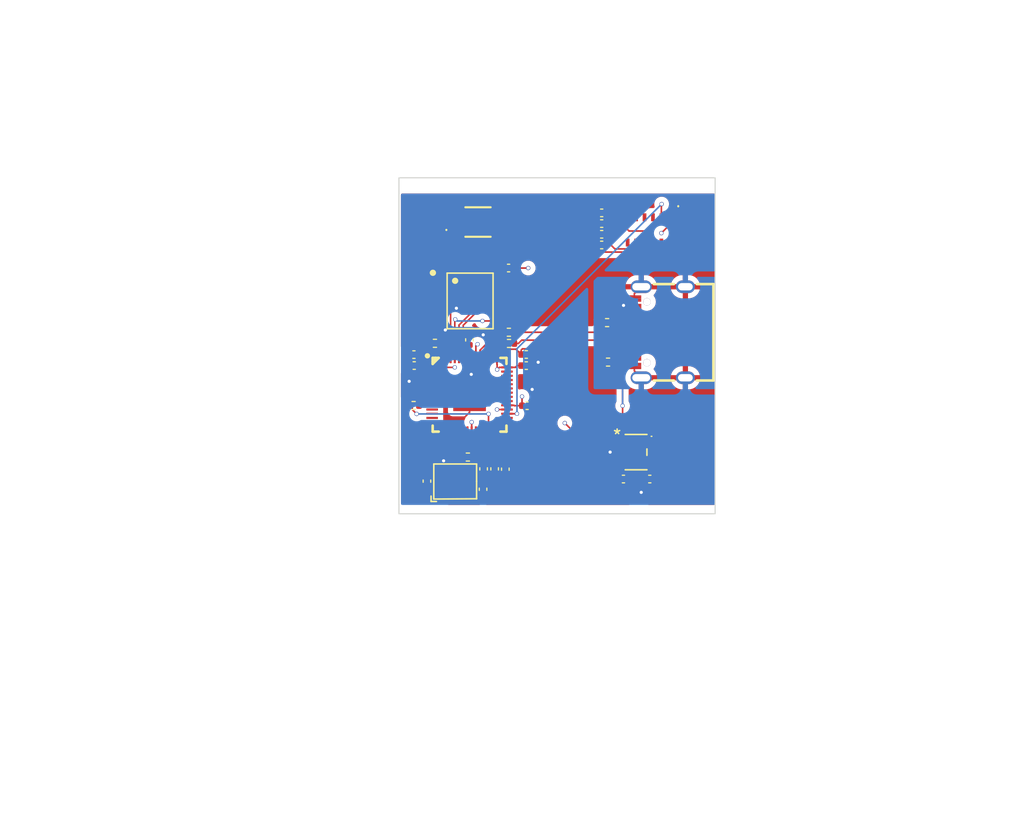
<source format=kicad_pcb>
(kicad_pcb (version 20240108) (generator "pcbnew") (generator_version "8.0")
  (layers (0 "F.Cu" signal) (1 "In1.Cu" mixed) (2 "In2.Cu" mixed) (31 "B.Cu" signal) (34 "B.Paste" user) (35 "F.Paste" user) (36 "B.SilkS" user "B.Silkscreen") (37 "F.SilkS" user "F.Silkscreen") (38 "B.Mask" user) (39 "F.Mask" user) (44 "Edge.Cuts" user))
  (net 0 "")
  (net 1 "dp")
  (net 2 "dm")
  (net 3 "usb_connector-vcc")
  (net 4 "usb_connector-gnd-1")
  (net 5 "sub1")
  (net 6 "cc1")
  (net 7 "sub2")
  (net 8 "cc2")
  (net 9 "power_supply-vcc")
  (net 10 "power_supply.regulator-io")
  (net 11 "nc")
  (net 12 "sda")
  (net 13 "scl")
  (net 14 "sensor.sensor-vcc")
  (net 15 "sensor.sensor-gnd")
  (net 16 "sensor.sensor-vcc-1")
  (net 17 "sensor.sensor-io")
  (net 18 "nc_1")
  (net 19 "pgnd")
  (net 20 "nc_2")
  (net 21 "nc_3")
  (net 22 "nc_4")
  (net 23 "nc_5")
  (net 24 "nc_6")
  (net 25 "mosi")
  (net 26 "miso")
  (net 27 "microcontroller.rp2040-sck")
  (net 28 "microcontroller.rp2040-cs")
  (net 29 "microcontroller.rp2040-cs-1")
  (net 30 "microcontroller.rp2040-sck-1")
  (net 31 "io0")
  (net 32 "io1")
  (net 33 "io2")
  (net 34 "io3")
  (net 35 "tx")
  (net 36 "rx")
  (net 37 "microcontroller.rp2040.micro-vcc")
  (net 38 "xin")
  (net 39 "xout")
  (net 40 "swclk")
  (net 41 "swdio")
  (net 42 "run")
  (net 43 "usb_dm")
  (net 44 "usb_dp")
  (net 45 "gpio0")
  (net 46 "gpio1")
  (net 47 "gpio2")
  (net 48 "gpio3")
  (net 49 "gpio6")
  (net 50 "gpio7")
  (net 51 "gpio12")
  (net 52 "gpio13")
  (net 53 "gpio14")
  (net 54 "gpio15")
  (net 55 "gpio16")
  (net 56 "gpio17")
  (net 57 "gpio18")
  (net 58 "gpio19")
  (net 59 "gpio22")
  (net 60 "gpio23")
  (net 61 "gpio24")
  (net 62 "gpio25")
  (net 63 "gpio26_a0")
  (net 64 "gpio27_a1")
  (net 65 "gpio28_a2")
  (net 66 "gpio29_a3")
  (net 67 "out")
  (footprint "lib:C0402" (layer "F.Cu") (at 144.3356 93.9798 180)
    (property "Reference" "C6" (hide yes))
    (property "Value" "16V 100nF X7R ±10% 0402 Multilayer Ceramic Capacitors MLCC - SMD/SMT ROHS")
  )
  (footprint "lib:C0402" (layer "F.Cu") (at 126.522154 104.386023 180)
    (property "Reference" "C11" (hide yes))
    (property "Value" "16V 100nF X7R ±10% 0402 Multilayer Ceramic Capacitors MLCC - SMD/SMT ROHS")
  )
  (footprint "lib:LQFN-56_L7.0-W7.0-P0.4-EP" (layer "F.Cu") (at 131.8 108.2)
    (property "Reference" "U4" (hide yes))
    (property "Value" "?")
  )
  (footprint "lib:C0402" (layer "F.Cu") (at 144.3356 90.9318 180)
    (property "Reference" "C3" (hide yes))
    (property "Value" "6.3V 10uF X5R ±20% 0402 Multilayer Ceramic Capacitors MLCC - SMD/SMT ROHS")
  )
  (footprint "lib:C0402" (layer "F.Cu") (at 127.755978 116.39833 90)
    (property "Reference" "C7" (hide yes))
    (property "Value" "50V 20pF C0G ±5% 0402 Multilayer Ceramic Capacitors MLCC - SMD/SMT ROHS")
  )
  (footprint "lib:SOIC-8_L5.3-W5.3-P1.27-LS8.0-BL" (layer "F.Cu") (at 131.850314 99.291072 -90)
    (property "Reference" "U7" (hide yes))
    (property "Value" "?")
  )
  (footprint "lib:R0402" (layer "F.Cu") (at 126.492969 109.219128 180)
    (property "Reference" "R3" (hide yes))
    (property "Value" "62.5mW Thick Film Resistors 50V ±100ppm/℃ ±1% 10kΩ 0402 Chip Resistor - Surface Mount ROHS")
  )
  (footprint "lib:C0402" (layer "F.Cu") (at 133.080099 117.168259 -90)
    (property "Reference" "C8" (hide yes))
    (property "Value" "50V 20pF C0G ±5% 0402 Multilayer Ceramic Capacitors MLCC - SMD/SMT ROHS")
  )
  (footprint "lib:KMR211NGLFS" (layer "F.Cu") (at 132.6 91.8 180)
    (property "Reference" "U5" (hide yes))
    (property "Value" "KMR211NGLFS (Tactile Switches)" (hide yes))
  )
  (footprint "lib:R0402" (layer "F.Cu") (at 128.514604 103.314211)
    (property "Reference" "R4" (hide yes))
    (property "Value" "62.5mW Thick Film Resistors 50V ±100ppm/℃ ±1% 10kΩ 0402 Chip Resistor - Surface Mount ROHS")
  )
  (footprint "lib:C0402" (layer "F.Cu") (at 144.3356 91.9478 180)
    (property "Reference" "C4" (hide yes))
    (property "Value" "16V 100nF X7R ±10% 0402 Multilayer Ceramic Capacitors MLCC - SMD/SMT ROHS")
  )
  (footprint "lib:C0402" (layer "F.Cu") (at 126.55019 105.424749 180)
    (property "Reference" "C12" (hide yes))
    (property "Value" "16V 100nF X7R ±10% 0402 Multilayer Ceramic Capacitors MLCC - SMD/SMT ROHS")
  )
  (footprint "lib:C0402" (layer "F.Cu") (at 137.182229 104.374483)
    (property "Reference" "C16" (hide yes))
    (property "Value" "16V 100nF X7R ±10% 0402 Multilayer Ceramic Capacitors MLCC - SMD/SMT ROHS")
  )
  (footprint "lib:MAX30102EFDT" (layer "F.Cu") (at 149.1994 92.5512 -90)
    (property "Reference" "U3" (hide yes))
    (property "Value" "?" (hide yes))
  )
  (footprint "lib:SOT-23-5_RIT" (layer "F.Cu") (at 147.5994 113.6446)
    (property "Reference" "U2" (hide yes))
    (property "Value" "?")
  )
  (footprint "lib:C0402" (layer "F.Cu") (at 131.788902 102.990059 90)
    (property "Reference" "C15" (hide yes))
    (property "Value" "16V 100nF X7R ±10% 0402 Multilayer Ceramic Capacitors MLCC - SMD/SMT ROHS")
  )
  (footprint "lib:C0402" (layer "F.Cu") (at 133.132494 115.236118 -90)
    (property "Reference" "C9" (hide yes))
    (property "Value" "16V 100nF X7R ±10% 0402 Multilayer Ceramic Capacitors MLCC - SMD/SMT ROHS")
  )
  (footprint "lib:C0402" (layer "F.Cu") (at 137.182229 105.431223)
    (property "Reference" "C10" (hide yes))
    (property "Value" "16V 100nF X7R ±10% 0402 Multilayer Ceramic Capacitors MLCC - SMD/SMT ROHS")
  )
  (footprint "lib:C0402" (layer "F.Cu") (at 148.9 116.2 180)
    (property "Reference" "C1" (hide yes))
    (property "Value" "25V 1uF X5R ±10% 0402 Multilayer Ceramic Capacitors MLCC - SMD/SMT ROHS")
  )
  (footprint "lib:OSC-SMD_4P-L3.2-W2.5-BL" (layer "F.Cu") (at 130.437034 116.421559)
    (property "Reference" "U6" (hide yes))
    (property "Value" "?")
  )
  (footprint "lib:C0402" (layer "F.Cu") (at 144.3356 92.9638 180)
    (property "Reference" "C5" (hide yes))
    (property "Value" "10V 4.7uF X5R ±20% 0402 Multilayer Ceramic Capacitors MLCC - SMD/SMT ROHS")
  )
  (footprint "lib:USB-C-SMD_KH-TYPE-C-16P" (layer "F.Cu") (at 149.857013 102.265 90)
    (property "Reference" "U1" (hide yes))
    (property "Value" "?")
  )
  (footprint "lib:R0402" (layer "F.Cu") (at 144.94 105.1 180)
    (property "Reference" "R1" (hide yes))
    (property "Value" "62.5mW Thick Film Resistors 50V ±100ppm/℃ ±1% 4.7kΩ 0402 Chip Resistor - Surface Mount ROHS")
  )
  (footprint "lib:R0402" (layer "F.Cu") (at 135.543285 103.327631 180)
    (property "Reference" "R7" (hide yes))
    (property "Value" "62.5mW Thick Film Resistors 50V ±100ppm/℃ ±1% 27Ω 0402 Chip Resistor - Surface Mount ROHS")
  )
  (footprint "lib:R0402" (layer "F.Cu") (at 131.639061 114.113372)
    (property "Reference" "R5" (hide yes))
    (property "Value" "62.5mW Thick Film Resistors 50V ±100ppm/℃ ±1% 1kΩ 0402 Chip Resistor - Surface Mount ROHS")
  )
  (footprint "lib:C0402" (layer "F.Cu") (at 134.179449 115.236118 -90)
    (property "Reference" "C17" (hide yes))
    (property "Value" "16V 100nF X7R ±10% 0402 Multilayer Ceramic Capacitors MLCC - SMD/SMT ROHS")
  )
  (footprint "lib:C0402" (layer "F.Cu") (at 146.4 116.2)
    (property "Reference" "C2" (hide yes))
    (property "Value" "25V 1uF X5R ±10% 0402 Multilayer Ceramic Capacitors MLCC - SMD/SMT ROHS")
  )
  (footprint "lib:C0402" (layer "F.Cu") (at 137.257836 109.237532)
    (property "Reference" "C13" (hide yes))
    (property "Value" "16V 100nF X7R ±10% 0402 Multilayer Ceramic Capacitors MLCC - SMD/SMT ROHS")
  )
  (footprint "lib:R0402" (layer "F.Cu") (at 135.530329 102.265176)
    (property "Reference" "R6" (hide yes))
    (property "Value" "62.5mW Thick Film Resistors 50V ±100ppm/℃ ±1% 27Ω 0402 Chip Resistor - Surface Mount ROHS")
  )
  (footprint "lib:C0402" (layer "F.Cu") (at 135.502441 96.169532 180)
    (property "Reference" "C14" (hide yes))
    (property "Value" "25V 1uF X5R ±10% 0402 Multilayer Ceramic Capacitors MLCC - SMD/SMT ROHS")
  )
  (footprint "lib:C0402" (layer "F.Cu") (at 135.193653 115.264553 -90)
    (property "Reference" "C18" (hide yes))
    (property "Value" "25V 1uF X5R ±10% 0402 Multilayer Ceramic Capacitors MLCC - SMD/SMT ROHS")
  )
  (footprint "lib:R0402" (layer "F.Cu") (at 144.85 101.35 180)
    (property "Reference" "R2" (hide yes))
    (property "Value" "62.5mW Thick Film Resistors 50V ±100ppm/℃ ±1% 4.7kΩ 0402 Chip Resistor - Surface Mount ROHS")
  )
  (gr_rect (start 125.1 87.6) (end 155.1 119.5) (stroke (width 0.1)) (fill none) (layer "Edge.Cuts"))
  (segment (start 147.437 102.515) (end 146.6745 102.515) (width 0.15) (layer "F.Cu") (net 1))
  (segment (start 136.4233 102.2652) (end 145.9243 102.2652) (width 0.15) (layer "F.Cu") (net 1))
  (segment (start 136.0403 102.2652) (end 136.4233 102.2652) (width 0.15) (layer "F.Cu") (net 1))
  (segment (start 146.6745 101.515) (end 147.437 101.515) (width 0.15) (layer "F.Cu") (net 1))
  (segment (start 146.3986 102.515) (end 146.0366 102.153) (width 0.15) (layer "F.Cu") (net 1))
  (segment (start 146.6745 102.515) (end 146.3986 102.515) (width 0.15) (layer "F.Cu") (net 1))
  (segment (start 145.9243 102.2652) (end 146.6745 101.515) (width 0.15) (layer "F.Cu") (net 1))
  (segment (start 136.0533 103.3276) (end 136.4363 103.3276) (width 0.15) (layer "F.Cu") (net 2))
  (segment (start 148.3121 102.9024) (end 148.3121 102.1276) (width 0.15) (layer "F.Cu") (net 2))
  (segment (start 147.437 103.015) (end 148.1995 103.015) (width 0.15) (layer "F.Cu") (net 2))
  (segment (start 136.7489 103.015) (end 146.6745 103.015) (width 0.15) (layer "F.Cu") (net 2))
  (segment (start 148.1995 103.015) (end 148.3121 102.9024) (width 0.15) (layer "F.Cu") (net 2))
  (segment (start 148.1995 102.015) (end 147.437 102.015) (width 0.15) (layer "F.Cu") (net 2))
  (segment (start 148.3121 102.1276) (end 148.1995 102.015) (width 0.15) (layer "F.Cu") (net 2))
  (segment (start 146.6745 103.015) (end 147.437 103.015) (width 0.15) (layer "F.Cu") (net 2))
  (segment (start 136.4363 103.3276) (end 136.7489 103.015) (width 0.15) (layer "F.Cu") (net 2))
  (segment (start 148.2711 115.3454) (end 147.7008 114.7751) (width 0.15) (layer "F.Cu") (net 3))
  (segment (start 147.7008 114.7751) (end 147.7008 113.2274) (width 0.15) (layer "F.Cu") (net 3))
  (segment (start 146.3193 112.2015) (end 146.3193 109.2432) (width 0.15) (layer "F.Cu") (net 3))
  (segment (start 149.38 115.777) (end 148.9484 115.3454) (width 0.15) (layer "F.Cu") (net 3))
  (segment (start 149.38 116.2) (end 149.38 115.777) (width 0.15) (layer "F.Cu") (net 3))
  (segment (start 147.1785 112.7051) (end 146.4056 112.7051) (width 0.15) (layer "F.Cu") (net 3))
  (segment (start 146.6745 104.815) (end 146.3193 105.1702) (width 0.15) (layer "F.Cu") (net 3))
  (segment (start 146.6845 99.715) (end 146.4086 99.715) (width 0.15) (layer "F.Cu") (net 3))
  (segment (start 146.4056 112.7051) (end 146.4056 112.2878) (width 0.15) (layer "F.Cu") (net 3))
  (segment (start 147.437 104.815) (end 146.6745 104.815) (width 0.15) (layer "F.Cu") (net 3))
  (segment (start 146.3193 105.1702) (end 146.3193 109.2432) (width 0.15) (layer "F.Cu") (net 3))
  (segment (start 146.4056 112.2878) (end 146.3193 112.2015) (width 0.15) (layer "F.Cu") (net 3))
  (segment (start 148.9484 115.3454) (end 148.2711 115.3454) (width 0.15) (layer "F.Cu") (net 3))
  (segment (start 147.7008 113.2274) (end 147.1785 112.7051) (width 0.15) (layer "F.Cu") (net 3))
  (segment (start 147.447 99.715) (end 146.6845 99.715) (width 0.15) (layer "F.Cu") (net 3))
  (via (at 146.3193 109.2432) (size 0.4) (drill 0.3) (layers "F.Cu" "B.Cu") (net 3))
  (via (at 146.4086 99.715) (size 0.4) (drill 0.3) (layers "F.Cu" "B.Cu") (net 3))
  (segment (start 146.3193 109.2432) (end 146.3193 107.668) (width 0.15) (layer "B.Cu") (net 3))
  (segment (start 147.437 105.935) (end 148.087 106.585) (width 0.15) (layer "F.Cu") (net 4))
  (segment (start 146.4056 113.6446) (end 145.6327 113.6446) (width 0.15) (layer "F.Cu") (net 4))
  (segment (start 144.34 101.35) (end 144.34 100.917) (width 0.15) (layer "F.Cu") (net 4))
  (segment (start 126.0702 104.837) (end 126.0702 105.0017) (width 0.15) (layer "F.Cu") (net 4))
  (segment (start 131.537 117.3016) (end 131.537 116.5891) (width 0.15) (layer "F.Cu") (net 4))
  (segment (start 134.7422 115.7161) (end 134.6024 115.7161) (width 0.15) (layer "F.Cu") (net 4))
  (segment (start 145.6327 113.6446) (end 145.493 113.6446) (width 0.15) (layer "F.Cu") (net 4))
  (segment (start 133.1325 115.7161) (end 133.5555 115.7161) (width 0.15) (layer "F.Cu") (net 4))
  (segment (start 134.0875 92.6) (end 131.1125 92.6) (width 0.15) (layer "F.Cu") (net 4))
  (segment (start 148.027 116.2) (end 148.42 116.2) (width 0.15) (layer "F.Cu") (net 4))
  (segment (start 134.7707 115.7446) (end 134.7422 115.7161) (width 0.15) (layer "F.Cu") (net 4))
  (segment (start 145.493 113.6446) (end 145.1364 113.6446) (width 0.15) (layer "F.Cu") (net 4))
  (segment (start 134.1794 116.972) (end 133.5031 117.6483) (width 0.15) (layer "F.Cu") (net 4))
  (segment (start 133.0801 117.6483) (end 132.6571 117.6483) (width 0.15) (layer "F.Cu") (net 4))
  (segment (start 137.6622 104.7975) (end 137.6622 105.0082) (width 0.15) (layer "F.Cu") (net 4))
  (segment (start 132.3495 117.3016) (end 131.537 117.3016) (width 0.15) (layer "F.Cu") (net 4))
  (segment (start 132.2119 102.5101) (end 133.0964 102.5101) (width 0.15) (layer "F.Cu") (net 4))
  (segment (start 129.337 115.5416) (end 128.5245 115.5416) (width 0.15) (layer "F.Cu") (net 4))
  (segment (start 137.7378 109.2375) (end 137.7378 108.8145) (width 0.15) (layer "F.Cu") (net 4))
  (segment (start 128.5245 115.5416) (end 128.5245 115.5728) (width 0.15) (layer "F.Cu") (net 4))
  (segment (start 134.1794 115.7161) (end 134.1794 116.1091) (width 0.15) (layer "F.Cu") (net 4))
  (segment (start 130.55 92.6) (end 130.55 93.2125) (width 0.15) (layer "F.Cu") (net 4))
  (segment (start 146.6745 98.915) (end 147.437 98.915) (width 0.15) (layer "F.Cu") (net 4))
  (segment (start 128.179 115.9183) (end 127.756 115.9183) (width 0.15) (layer "F.Cu") (net 4))
  (segment (start 130.8 111.0875) (end 130.8 110.8625) (width 0.15) (layer "F.Cu") (net 4))
  (segment (start 130.55 96.1695) (end 130.55 99.9845) (width 0.15) (layer "F.Cu") (net 4))
  (segment (start 126.0702 105.0017) (end 126.0702 105.4247) (width 0.15) (layer "F.Cu") (net 4))
  (segment (start 147.437 105.615) (end 147.437 105.8775) (width 0.15) (layer "F.Cu") (net 4))
  (segment (start 126.0702 105.4247) (end 126.0702 105.8477) (width 0.15) (layer "F.Cu") (net 4))
  (segment (start 137.7378 108.8145) (end 137.7378 107.6927) (width 0.15) (layer "F.Cu") (net 4))
  (segment (start 146.342 98.915) (end 146.6745 98.915) (width 0.15) (layer "F.Cu") (net 4))
  (segment (start 135.1937 115.7446) (end 134.7707 115.7446) (width 0.15) (layer "F.Cu") (net 4))
  (segment (start 128.3203 101.1911) (end 128.3203 101.6186) (width 0.15) (layer "F.Cu") (net 4))
  (segment (start 144.43 105.1) (end 144.43 105.533) (width 0.15) (layer "F.Cu") (net 4))
  (segment (start 130.1495 115.5416) (end 129.337 115.5416) (width 0.15) (layer "F.Cu") (net 4))
  (segment (start 130.9663 116.5891) (end 130.1495 115.7723) (width 0.15) (layer "F.Cu") (net 4))
  (segment (start 126.0422 104.809) (end 126.0702 104.837) (width 0.15) (layer "F.Cu") (net 4))
  (segment (start 131.8 106.4242) (end 131.9613 106.2629) (width 0.15) (layer "F.Cu") (net 4))
  (segment (start 135.0224 96.1695) (end 134.6294 96.1695) (width 0.15) (layer "F.Cu") (net 4))
  (segment (start 147.437 98.6525) (end 147.437 98.595) (width 0.15) (layer "F.Cu") (net 4))
  (segment (start 131.8 108.2) (end 131.8 106.5375) (width 0.15) (layer "F.Cu") (net 4))
  (segment (start 132.6571 117.6483) (end 132.6571 117.6092) (width 0.15) (layer "F.Cu") (net 4))
  (segment (start 148.42 116.623) (end 148.087 116.956) (width 0.15) (layer "F.Cu") (net 4))
  (segment (start 137.6622 104.3745) (end 137.6622 104.7975) (width 0.15) (layer "F.Cu") (net 4))
  (segment (start 131.1125 92.6) (end 130.55 92.6) (width 0.15) (layer "F.Cu") (net 4))
  (segment (start 146.88 116.2) (end 147.273 116.2) (width 0.15) (layer "F.Cu") (net 4))
  (segment (start 147.437 98.595) (end 148.087 97.945) (width 0.15) (layer "F.Cu") (net 4))
  (segment (start 138.0552 105.4312) (end 138.0552 105.3685) (width 0.15) (layer "F.Cu") (net 4))
  (segment (start 128.3203 101.6186) (end 129.0689 101.6186) (width 0.15) (layer "F.Cu") (net 4))
  (segment (start 129.337 115.5416) (end 129.337 114.8291) (width 0.15) (layer "F.Cu") (net 4))
  (segment (start 144.43 105.533) (end 145.493 106.596) (width 0.15) (layer "F.Cu") (net 4))
  (segment (start 130.55 93.2125) (end 130.55 96.1695) (width 0.15) (layer "F.Cu") (net 4))
  (segment (start 147.437 105.8775) (end 147.437 105.935) (width 0.15) (layer "F.Cu") (net 4))
  (segment (start 148.087 116.956) (end 148.087 117.4653) (width 0.15) (layer "F.Cu") (net 4))
  (segment (start 133.5555 115.7161) (end 133.7564 115.7161) (width 0.15) (layer "F.Cu") (net 4))
  (segment (start 131.8 109.8625) (end 131.8 108.2) (width 0.15) (layer "F.Cu") (net 4))
  (segment (start 130.1495 115.7723) (end 130.1495 115.5416) (width 0.15) (layer "F.Cu") (net 4))
  (segment (start 138.0552 105.3685) (end 138.3105 105.1132) (width 0.15) (layer "F.Cu") (net 4))
  (segment (start 131.537 116.5891) (end 130.9663 116.5891) (width 0.15) (layer "F.Cu") (net 4))
  (segment (start 137.6622 105.0082) (end 137.6622 105.4312) (width 0.15) (layer "F.Cu") (net 4))
  (segment (start 144.34 100.917) (end 146.342 98.915) (width 0.15) (layer "F.Cu") (net 4))
  (segment (start 129.337 114.8291) (end 129.337 114.4704) (width 0.15) (layer "F.Cu") (net 4))
  (segment (start 134.6024 115.7161) (end 134.1794 115.7161) (width 0.15) (layer "F.Cu") (net 4))
  (segment (start 134.1794 116.1091) (end 134.1794 116.972) (width 0.15) (layer "F.Cu") (net 4))
  (segment (start 133.7564 115.7161) (end 134.1794 115.7161) (width 0.15) (layer "F.Cu") (net 4))
  (segment (start 126.0422 104.386) (end 126.0422 104.809) (width 0.15) (layer "F.Cu") (net 4))
  (segment (start 130.8 111.75) (end 130.8 111.0875) (width 0.15) (layer "F.Cu") (net 4))
  (segment (start 147.273 116.2) (end 148.027 116.2) (width 0.15) (layer "F.Cu") (net 4))
  (segment (start 137.6622 105.4312) (end 138.0552 105.4312) (width 0.15) (layer "F.Cu") (net 4))
  (segment (start 126.0702 105.8477) (end 126.0702 106.9241) (width 0.15) (layer "F.Cu") (net 4))
  (segment (start 131.8 106.5375) (end 131.8 106.4242) (width 0.15) (layer "F.Cu") (net 4))
  (segment (start 147.437 98.915) (end 147.437 98.6525) (width 0.15) (layer "F.Cu") (net 4))
  (segment (start 134.65 92.6) (end 134.0875 92.6) (width 0.15) (layer "F.Cu") (net 4))
  (segment (start 131.7889 102.5101) (end 132.2119 102.5101) (width 0.15) (layer "F.Cu") (net 4))
  (segment (start 129.0689 101.6186) (end 129.5001 102.0498) (width 0.15) (layer "F.Cu") (net 4))
  (segment (start 145.493 106.596) (end 145.493 113.6446) (width 0.15) (layer "F.Cu") (net 4))
  (segment (start 132.6571 117.6092) (end 132.3495 117.3016) (width 0.15) (layer "F.Cu") (net 4))
  (segment (start 134.6294 96.1695) (end 130.55 96.1695) (width 0.15) (layer "F.Cu") (net 4))
  (segment (start 148.42 116.2) (end 148.42 116.623) (width 0.15) (layer "F.Cu") (net 4))
  (segment (start 130.8 110.8625) (end 131.8 109.8625) (width 0.15) (layer "F.Cu") (net 4))
  (segment (start 128.5245 115.5728) (end 128.179 115.9183) (width 0.15) (layer "F.Cu") (net 4))
  (segment (start 133.5031 117.6483) (end 133.0801 117.6483) (width 0.15) (layer "F.Cu") (net 4))
  (via (at 130.55 99.9845) (size 0.4) (drill 0.3) (layers "F.Cu" "B.Cu") (net 4))
  (via (at 129.5001 102.0498) (size 0.4) (drill 0.3) (layers "F.Cu" "B.Cu") (net 4))
  (via (at 145.1364 113.6446) (size 0.4) (drill 0.3) (layers "F.Cu" "B.Cu") (net 4))
  (via (at 137.7378 107.6927) (size 0.4) (drill 0.3) (layers "F.Cu" "B.Cu") (net 4))
  (via (at 148.087 117.4653) (size 0.4) (drill 0.3) (layers "F.Cu" "B.Cu") (net 4))
  (via (at 138.3105 105.1132) (size 0.4) (drill 0.3) (layers "F.Cu" "B.Cu") (net 4))
  (via (at 133.0964 102.5101) (size 0.4) (drill 0.3) (layers "F.Cu" "B.Cu") (net 4))
  (via (at 129.337 114.4704) (size 0.4) (drill 0.3) (layers "F.Cu" "B.Cu") (net 4))
  (via (at 131.9613 106.2629) (size 0.4) (drill 0.3) (layers "F.Cu" "B.Cu") (net 4))
  (via (at 126.0702 106.9241) (size 0.4) (drill 0.3) (layers "F.Cu" "B.Cu") (net 4))
  (segment (start 146.602 103.515) (end 147.437 103.515) (width 0.15) (layer "F.Cu") (net 6))
  (segment (start 145.45 104.667) (end 146.602 103.515) (width 0.15) (layer "F.Cu") (net 6))
  (segment (start 145.45 105.1) (end 145.45 104.667) (width 0.15) (layer "F.Cu") (net 6))
  (segment (start 146.578 100.515) (end 146.6745 100.515) (width 0.15) (layer "F.Cu") (net 8))
  (segment (start 145.36 101.35) (end 145.743 101.35) (width 0.15) (layer "F.Cu") (net 8))
  (segment (start 146.6745 100.515) (end 147.437 100.515) (width 0.15) (layer "F.Cu") (net 8))
  (segment (start 145.743 101.35) (end 146.578 100.515) (width 0.15) (layer "F.Cu") (net 8))
  (segment (start 128.25 105.6) (end 128.9125 105.6) (width 0.15) (layer "F.Cu") (net 9))
  (segment (start 127.0302 105.8477) (end 127.0302 105.4247) (width 0.15) (layer "F.Cu") (net 9))
  (segment (start 148.7932 112.7051) (end 148.7932 113.1224) (width 0.15) (layer "F.Cu") (net 9))
  (segment (start 135.9824 96.5925) (end 135.9824 96.1695) (width 0.15) (layer "F.Cu") (net 9))
  (segment (start 136.7778 108.8145) (end 136.7778 108.3675) (width 0.15) (layer "F.Cu") (net 9))
  (segment (start 127.0302 108.7589) (end 127.0302 105.8477) (width 0.15) (layer "F.Cu") (net 9))
  (segment (start 135.6213 96.9536) (end 135.9824 96.5925) (width 0.15) (layer "F.Cu") (net 9))
  (segment (start 136.0125 105.6) (end 135.35 105.6) (width 0.15) (layer "F.Cu") (net 9))
  (segment (start 134.6232 105.6) (end 134.4161 105.8071) (width 0.15) (layer "F.Cu") (net 9))
  (segment (start 132 112.4125) (end 132 111.75) (width 0.15) (layer "F.Cu") (net 9))
  (segment (start 127.5684 109.2191) (end 127.386 109.2191) (width 0.15) (layer "F.Cu") (net 9))
  (segment (start 128.0046 103.7472) (end 128.0046 104.386) (width 0.15) (layer "F.Cu") (net 9))
  (segment (start 145.92 116.623) (end 145.92 116.2) (width 0.15) (layer "F.Cu") (net 9))
  (segment (start 132.4 103.9875) (end 132.4 103.5651) (width 0.15) (layer "F.Cu") (net 9))
  (segment (start 128.0046 104.386) (end 128.0046 105.6) (width 0.15) (layer "F.Cu") (net 9))
  (segment (start 127.003 108.7861) (end 127.0302 108.7589) (width 0.15) (layer "F.Cu") (net 9))
  (segment (start 135.3803 97.3811) (end 135.3803 96.9536) (width 0.15) (layer "F.Cu") (net 9))
  (segment (start 128.25 109.2) (end 127.5875 109.2) (width 0.15) (layer "F.Cu") (net 9))
  (segment (start 136.0125 109.2) (end 136.05 109.2375) (width 0.15) (layer "F.Cu") (net 9))
  (segment (start 132 111.75) (end 132 111.0875) (width 0.15) (layer "F.Cu") (net 9))
  (segment (start 127.386 109.2191) (end 127.003 109.2191) (width 0.15) (layer "F.Cu") (net 9))
  (segment (start 133.1325 113.545) (end 132 112.4125) (width 0.15) (layer "F.Cu") (net 9))
  (segment (start 136.05 109.2375) (end 136.3848 109.2375) (width 0.15) (layer "F.Cu") (net 9))
  (segment (start 145.92 116.2) (end 145.92 115.777) (width 0.15) (layer "F.Cu") (net 9))
  (segment (start 132.2125 104.65) (end 132.4 104.65) (width 0.15) (layer "F.Cu") (net 9))
  (segment (start 135.35 105.6) (end 134.6875 105.6) (width 0.15) (layer "F.Cu") (net 9))
  (segment (start 127.5875 109.2) (end 127.5684 109.2191) (width 0.15) (layer "F.Cu") (net 9))
  (segment (start 133.1325 114.7561) (end 133.1325 114.3631) (width 0.15) (layer "F.Cu") (net 9))
  (segment (start 132 111.0875) (end 132 110.7943) (width 0.15) (layer "F.Cu") (net 9))
  (segment (start 135.35 109.2) (end 136.0125 109.2) (width 0.15) (layer "F.Cu") (net 9))
  (segment (start 127.5985 105.6) (end 128.0046 105.6) (width 0.15) (layer "F.Cu") (net 9))
  (segment (start 127.003 109.2191) (end 127.003 108.7861) (width 0.15) (layer "F.Cu") (net 9))
  (segment (start 136.3092 105.4312) (end 136.1404 105.6) (width 0.15) (layer "F.Cu") (net 9))
  (segment (start 132.4 103.5651) (end 132.5615 103.4036) (width 0.15) (layer "F.Cu") (net 9))
  (segment (start 127.4232 105.4247) (end 127.5985 105.6) (width 0.15) (layer "F.Cu") (net 9))
  (segment (start 136.7778 109.2375) (end 136.7778 108.8145) (width 0.15) (layer "F.Cu") (net 9))
  (segment (start 148.7932 113.1224) (end 149.8856 114.2148) (width 0.15) (layer "F.Cu") (net 9))
  (segment (start 136.1404 105.6) (end 136.0125 105.6) (width 0.15) (layer "F.Cu") (net 9))
  (segment (start 145.7278 115.777) (end 140.835 110.8842) (width 0.15) (layer "F.Cu") (net 9))
  (segment (start 145.92 115.777) (end 145.7278 115.777) (width 0.15) (layer "F.Cu") (net 9))
  (segment (start 127.3952 104.386) (end 128.0046 104.386) (width 0.15) (layer "F.Cu") (net 9))
  (segment (start 134 104.65) (end 134.2125 104.65) (width 0.15) (layer "F.Cu") (net 9))
  (segment (start 148.5166 117.8904) (end 147.1874 117.8904) (width 0.15) (layer "F.Cu") (net 9))
  (segment (start 128.25 105.6) (end 128.0046 105.6) (width 0.15) (layer "F.Cu") (net 9))
  (segment (start 132.4 104.65) (end 132.4 103.9875) (width 0.15) (layer "F.Cu") (net 9))
  (segment (start 132 104.65) (end 132.2125 104.65) (width 0.15) (layer "F.Cu") (net 9))
  (segment (start 128.0046 103.3142) (end 128.0046 103.7472) (width 0.15) (layer "F.Cu") (net 9))
  (segment (start 136.7022 105.4312) (end 136.3092 105.4312) (width 0.15) (layer "F.Cu") (net 9))
  (segment (start 133.1325 114.3631) (end 133.1325 113.545) (width 0.15) (layer "F.Cu") (net 9))
  (segment (start 134.4 105.3125) (end 134.4161 105.3286) (width 0.15) (layer "F.Cu") (net 9))
  (segment (start 149.8856 114.2148) (end 149.8856 116.5214) (width 0.15) (layer "F.Cu") (net 9))
  (segment (start 128.9125 105.6) (end 130.392 105.6) (width 0.15) (layer "F.Cu") (net 9))
  (segment (start 134.6875 105.6) (end 134.6232 105.6) (width 0.15) (layer "F.Cu") (net 9))
  (segment (start 127.0022 104.386) (end 127.3952 104.386) (width 0.15) (layer "F.Cu") (net 9))
  (segment (start 134.4 104.65) (end 134.4 105.3125) (width 0.15) (layer "F.Cu") (net 9))
  (segment (start 127.0302 105.4247) (end 127.4232 105.4247) (width 0.15) (layer "F.Cu") (net 9))
  (segment (start 147.1874 117.8904) (end 145.92 116.623) (width 0.15) (layer "F.Cu") (net 9))
  (segment (start 149.8856 116.5214) (end 148.5166 117.8904) (width 0.15) (layer "F.Cu") (net 9))
  (segment (start 134.2125 104.65) (end 134.4 104.65) (width 0.15) (layer "F.Cu") (net 9))
  (segment (start 135.9824 96.1695) (end 136.3754 96.1695) (width 0.15) (layer "F.Cu") (net 9))
  (segment (start 135.3803 96.9536) (end 135.6213 96.9536) (width 0.15) (layer "F.Cu") (net 9))
  (segment (start 136.3754 96.1695) (end 137.367 96.1695) (width 0.15) (layer "F.Cu") (net 9))
  (segment (start 136.3848 109.2375) (end 136.7778 109.2375) (width 0.15) (layer "F.Cu") (net 9))
  (segment (start 134.4161 105.3286) (end 134.4161 105.8071) (width 0.15) (layer "F.Cu") (net 9))
  (via (at 137.367 96.1695) (size 0.4) (drill 0.3) (layers "F.Cu" "B.Cu") (net 9))
  (via (at 132 110.7943) (size 0.4) (drill 0.3) (layers "F.Cu" "B.Cu") (net 9))
  (via (at 140.835 110.8842) (size 0.4) (drill 0.3) (layers "F.Cu" "B.Cu") (net 9))
  (via (at 134.4161 105.8071) (size 0.4) (drill 0.3) (layers "F.Cu" "B.Cu") (net 9))
  (via (at 130.392 105.6) (size 0.4) (drill 0.3) (layers "F.Cu" "B.Cu") (net 9))
  (via (at 136.7778 108.3675) (size 0.4) (drill 0.3) (layers "F.Cu" "B.Cu") (net 9))
  (via (at 132.5615 103.4036) (size 0.4) (drill 0.3) (layers "F.Cu" "B.Cu") (net 9))
  (segment (start 149.9994 90.8637) (end 149.9994 91.3512) (width 0.15) (layer "F.Cu") (net 12))
  (segment (start 136.0125 110) (end 136.2993 110) (width 0.15) (layer "F.Cu") (net 12))
  (segment (start 150.0257 90.0948) (end 149.9994 90.1211) (width 0.15) (layer "F.Cu") (net 12))
  (segment (start 149.9994 90.1211) (end 149.9994 90.8637) (width 0.15) (layer "F.Cu") (net 12))
  (segment (start 135.35 110) (end 136.0125 110) (width 0.15) (layer "F.Cu") (net 12))
  (via (at 136.2993 110) (size 0.4) (drill 0.3) (layers "F.Cu" "B.Cu") (net 12))
  (via (at 150.0257 90.0948) (size 0.4) (drill 0.3) (layers "F.Cu" "B.Cu") (net 12))
  (segment (start 136.2993 103.8212) (end 150.0257 90.0948) (width 0.15) (layer "B.Cu") (net 12))
  (segment (start 136.2993 110) (end 136.2993 103.8212) (width 0.15) (layer "B.Cu") (net 12))
  (segment (start 149.9946 92.8536) (end 150.7994 92.0488) (width 0.15) (layer "F.Cu") (net 13))
  (segment (start 150.7994 92.0488) (end 150.7994 91.8387) (width 0.15) (layer "F.Cu") (net 13))
  (segment (start 135.35 109.6) (end 134.6875 109.6) (width 0.15) (layer "F.Cu") (net 13))
  (segment (start 150.7994 91.8387) (end 150.7994 91.3512) (width 0.15) (layer "F.Cu") (net 13))
  (segment (start 134.6875 109.6) (end 134.4021 109.6) (width 0.15) (layer "F.Cu") (net 13))
  (via (at 134.4021 109.6) (size 0.4) (drill 0.3) (layers "F.Cu" "B.Cu") (net 13))
  (via (at 149.9946 92.8536) (size 0.4) (drill 0.3) (layers "F.Cu" "B.Cu") (net 13))
  (segment (start 145.2086 90.9318) (end 146.9292 92.6524) (width 0.15) (layer "F.Cu") (net 14))
  (segment (start 144.8156 91.5248) (end 144.8156 91.3548) (width 0.15) (layer "F.Cu") (net 14))
  (segment (start 144.8156 91.9478) (end 144.8156 91.5248) (width 0.15) (layer "F.Cu") (net 14))
  (segment (start 149.1994 93.2637) (end 149.1994 93.7512) (width 0.15) (layer "F.Cu") (net 14))
  (segment (start 144.8156 91.3548) (end 144.8156 90.9318) (width 0.15) (layer "F.Cu") (net 14))
  (segment (start 146.9292 92.6524) (end 148.5881 92.6524) (width 0.15) (layer "F.Cu") (net 14))
  (segment (start 148.5881 92.6524) (end 149.1994 93.2637) (width 0.15) (layer "F.Cu") (net 14))
  (segment (start 144.8156 90.9318) (end 145.2086 90.9318) (width 0.15) (layer "F.Cu") (net 14))
  (segment (start 143.8556 92.3708) (end 143.8556 91.9478) (width 0.15) (layer "F.Cu") (net 15))
  (segment (start 143.8556 93.5568) (end 143.8556 93.3868) (width 0.15) (layer "F.Cu") (net 15))
  (segment (start 143.8556 93.3868) (end 143.8556 92.9638) (width 0.15) (layer "F.Cu") (net 15))
  (segment (start 149.5867 94.6514) (end 144.1042 94.6514) (width 0.15) (layer "F.Cu") (net 15))
  (segment (start 143.8556 93.9798) (end 143.8556 93.5568) (width 0.15) (layer "F.Cu") (net 15))
  (segment (start 143.8556 94.4028) (end 143.8556 93.9798) (width 0.15) (layer "F.Cu") (net 15))
  (segment (start 149.9994 94.2387) (end 149.5867 94.6514) (width 0.15) (layer "F.Cu") (net 15))
  (segment (start 143.8556 91.5248) (end 143.8556 91.3548) (width 0.15) (layer "F.Cu") (net 15))
  (segment (start 143.8556 91.3548) (end 143.8556 90.9318) (width 0.15) (layer "F.Cu") (net 15))
  (segment (start 144.1042 94.6514) (end 143.8556 94.4028) (width 0.15) (layer "F.Cu") (net 15))
  (segment (start 143.8556 92.5408) (end 143.8556 92.3708) (width 0.15) (layer "F.Cu") (net 15))
  (segment (start 143.8556 91.9478) (end 143.8556 91.5248) (width 0.15) (layer "F.Cu") (net 15))
  (segment (start 143.8556 92.9638) (end 143.8556 92.5408) (width 0.15) (layer "F.Cu") (net 15))
  (segment (start 149.9994 93.7512) (end 149.9994 94.2387) (width 0.15) (layer "F.Cu") (net 15))
  (segment (start 148.1119 93.7512) (end 147.8869 93.7512) (width 0.15) (layer "F.Cu") (net 16))
  (segment (start 147.8869 93.7512) (end 147.5994 93.7512) (width 0.15) (layer "F.Cu") (net 16))
  (segment (start 148.3994 93.7512) (end 148.1119 93.7512) (width 0.15) (layer "F.Cu") (net 16))
  (segment (start 144.8156 93.3868) (end 144.8156 92.9638) (width 0.15) (layer "F.Cu") (net 16))
  (segment (start 147.5994 94.2387) (end 147.4868 94.3513) (width 0.15) (layer "F.Cu") (net 16))
  (segment (start 145.5801 94.3513) (end 145.2086 93.9798) (width 0.15) (layer "F.Cu") (net 16))
  (segment (start 145.2086 93.9798) (end 144.8156 93.9798) (width 0.15) (layer "F.Cu") (net 16))
  (segment (start 144.8156 93.5568) (end 144.8156 93.3868) (width 0.15) (layer "F.Cu") (net 16))
  (segment (start 147.5994 93.7512) (end 147.5994 94.2387) (width 0.15) (layer "F.Cu") (net 16))
  (segment (start 144.8156 93.9798) (end 144.8156 93.5568) (width 0.15) (layer "F.Cu") (net 16))
  (segment (start 147.4868 94.3513) (end 145.5801 94.3513) (width 0.15) (layer "F.Cu") (net 16))
  (segment (start 129.0246 102.8812) (end 128.7506 102.6072) (width 0.15) (layer "F.Cu") (net 29))
  (segment (start 126.6701 97.4632) (end 128.3203 95.813) (width 0.15) (layer "F.Cu") (net 29))
  (segment (start 128.3203 92.6672) (end 128.3203 95.813) (width 0.15) (layer "F.Cu") (net 29))
  (segment (start 129.9875 91) (end 128.3203 92.6672) (width 0.15) (layer "F.Cu") (net 29))
  (segment (start 128.7506 102.6072) (end 127.7384 102.6072) (width 0.15) (layer "F.Cu") (net 29))
  (segment (start 128.3203 97.3811) (end 128.3203 96.9536) (width 0.15) (layer "F.Cu") (net 29))
  (segment (start 130.55 91) (end 131.1125 91) (width 0.15) (layer "F.Cu") (net 29))
  (segment (start 130.55 91) (end 129.9875 91) (width 0.15) (layer "F.Cu") (net 29))
  (segment (start 129.0246 103.3142) (end 129.0246 102.8812) (width 0.15) (layer "F.Cu") (net 29))
  (segment (start 126.6701 101.5389) (end 126.6701 97.4632) (width 0.15) (layer "F.Cu") (net 29))
  (segment (start 127.7384 102.6072) (end 126.6701 101.5389) (width 0.15) (layer "F.Cu") (net 29))
  (segment (start 131.1125 91) (end 134.0875 91) (width 0.15) (layer "F.Cu") (net 29))
  (segment (start 128.3203 96.9536) (end 128.3203 95.813) (width 0.15) (layer "F.Cu") (net 29))
  (segment (start 134.0875 91) (end 134.65 91) (width 0.15) (layer "F.Cu") (net 29))
  (segment (start 129.0246 103.7472) (end 129.0246 103.3142) (width 0.15) (layer "F.Cu") (net 29))
  (segment (start 129.2 103.9875) (end 129.0246 103.8121) (width 0.15) (layer "F.Cu") (net 29))
  (segment (start 129.0246 103.8121) (end 129.0246 103.7472) (width 0.15) (layer "F.Cu") (net 29))
  (segment (start 129.2 104.65) (end 129.2 103.9875) (width 0.15) (layer "F.Cu") (net 29))
  (segment (start 136.6178 99.9211) (end 135.3803 99.9211) (width 0.15) (layer "F.Cu") (net 30))
  (segment (start 130.8 103.9875) (end 130.8 101.5796) (width 0.15) (layer "F.Cu") (net 30))
  (segment (start 136.4139 98.121) (end 136.7304 98.4375) (width 0.15) (layer "F.Cu") (net 30))
  (segment (start 136.7304 98.4375) (end 136.7304 99.8085) (width 0.15) (layer "F.Cu") (net 30))
  (segment (start 130.8 104.65) (end 130.8 103.9875) (width 0.15) (layer "F.Cu") (net 30))
  (segment (start 134.2586 98.121) (end 136.4139 98.121) (width 0.15) (layer "F.Cu") (net 30))
  (segment (start 136.7304 99.8085) (end 136.6178 99.9211) (width 0.15) (layer "F.Cu") (net 30))
  (segment (start 130.8 101.5796) (end 134.2586 98.121) (width 0.15) (layer "F.Cu") (net 30))
  (segment (start 130.4 103.9875) (end 130.4 104.65) (width 0.15) (layer "F.Cu") (net 31))
  (segment (start 130.4 101.0836) (end 130.4 103.9875) (width 0.15) (layer "F.Cu") (net 31))
  (segment (start 135.3803 101.1911) (end 134.1428 101.1911) (width 0.15) (layer "F.Cu") (net 31))
  (segment (start 134.1428 101.1911) (end 133.0263 101.1911) (width 0.15) (layer "F.Cu") (net 31))
  (segment (start 130.4395 101.0441) (end 130.4 101.0836) (width 0.15) (layer "F.Cu") (net 31))
  (via (at 133.0263 101.1911) (size 0.4) (drill 0.3) (layers "F.Cu" "B.Cu") (net 31))
  (via (at 130.4395 101.0441) (size 0.4) (drill 0.3) (layers "F.Cu" "B.Cu") (net 31))
  (segment (start 133.0263 101.1911) (end 130.5865 101.1911) (width 0.15) (layer "B.Cu") (net 31))
  (segment (start 130.5865 101.1911) (end 130.4395 101.0441) (width 0.15) (layer "B.Cu") (net 31))
  (segment (start 129.6 103.9875) (end 129.6 103.0323) (width 0.15) (layer "F.Cu") (net 32))
  (segment (start 127.668 102.1125) (end 126.9702 101.4147) (width 0.15) (layer "F.Cu") (net 32))
  (segment (start 127.0828 98.6611) (end 128.3203 98.6611) (width 0.15) (layer "F.Cu") (net 32))
  (segment (start 126.9702 101.4147) (end 126.9702 98.7737) (width 0.15) (layer "F.Cu") (net 32))
  (segment (start 129.6 104.65) (end 129.6 103.9875) (width 0.15) (layer "F.Cu") (net 32))
  (segment (start 129.6 103.0323) (end 128.6802 102.1125) (width 0.15) (layer "F.Cu") (net 32))
  (segment (start 128.6802 102.1125) (end 127.668 102.1125) (width 0.15) (layer "F.Cu") (net 32))
  (segment (start 126.9702 98.7737) (end 127.0828 98.6611) (width 0.15) (layer "F.Cu") (net 32))
  (segment (start 129.5578 99.9211) (end 128.3203 99.9211) (width 0.15) (layer "F.Cu") (net 33))
  (segment (start 130 104.65) (end 130 103.9875) (width 0.15) (layer "F.Cu") (net 33))
  (segment (start 130 103.9875) (end 130 100.3633) (width 0.15) (layer "F.Cu") (net 33))
  (segment (start 130 100.3633) (end 129.5578 99.9211) (width 0.15) (layer "F.Cu") (net 33))
  (segment (start 131.2 101.6039) (end 134.1428 98.6611) (width 0.15) (layer "F.Cu") (net 34))
  (segment (start 131.2 103.9875) (end 131.2 101.6039) (width 0.15) (layer "F.Cu") (net 34))
  (segment (start 134.1428 98.6611) (end 135.3803 98.6611) (width 0.15) (layer "F.Cu") (net 34))
  (segment (start 131.2 104.65) (end 131.2 103.9875) (width 0.15) (layer "F.Cu") (net 34))
  (segment (start 131.6 105.3125) (end 131.7126 105.4251) (width 0.15) (layer "F.Cu") (net 37))
  (segment (start 131.7889 103.4701) (end 131.7889 103.8631) (width 0.15) (layer "F.Cu") (net 37))
  (segment (start 133.8069 103.8749) (end 136.2026 103.8749) (width 0.15) (layer "F.Cu") (net 37))
  (segment (start 133.4874 105.4251) (end 133.6 105.3125) (width 0.15) (layer "F.Cu") (net 37))
  (segment (start 136.7022 103.9515) (end 136.7022 104.3745) (width 0.15) (layer "F.Cu") (net 37))
  (segment (start 137.9536 103.8389) (end 136.8148 103.8389) (width 0.15) (layer "F.Cu") (net 37))
  (segment (start 131.6 103.9875) (end 131.6 104.65) (width 0.15) (layer "F.Cu") (net 37))
  (segment (start 135.1937 114.7846) (end 135.1937 114.3916) (width 0.15) (layer "F.Cu") (net 37))
  (segment (start 132.4 112.3554) (end 134.6024 114.5578) (width 0.15) (layer "F.Cu") (net 37))
  (segment (start 135.1937 114.3916) (end 138.7356 110.8497) (width 0.15) (layer "F.Cu") (net 37))
  (segment (start 138.7356 104.6209) (end 137.9536 103.8389) (width 0.15) (layer "F.Cu") (net 37))
  (segment (start 134.6024 114.5578) (end 134.6024 114.7561) (width 0.15) (layer "F.Cu") (net 37))
  (segment (start 133.6 105.3125) (end 133.6 104.65) (width 0.15) (layer "F.Cu") (net 37))
  (segment (start 131.7889 103.8631) (end 131.7244 103.8631) (width 0.15) (layer "F.Cu") (net 37))
  (segment (start 134.6309 114.7846) (end 134.7707 114.7846) (width 0.15) (layer "F.Cu") (net 37))
  (segment (start 131.7126 105.4251) (end 133.4874 105.4251) (width 0.15) (layer "F.Cu") (net 37))
  (segment (start 134.7707 114.7846) (end 135.1937 114.7846) (width 0.15) (layer "F.Cu") (net 37))
  (segment (start 134.1794 114.7561) (end 134.6024 114.7561) (width 0.15) (layer "F.Cu") (net 37))
  (segment (start 136.2026 103.8749) (end 136.7022 104.3745) (width 0.15) (layer "F.Cu") (net 37))
  (segment (start 131.6 104.65) (end 131.6 105.3125) (width 0.15) (layer "F.Cu") (net 37))
  (segment (start 133.6 104.0818) (end 133.8069 103.8749) (width 0.15) (layer "F.Cu") (net 37))
  (segment (start 133.6 104.65) (end 133.6 104.0818) (width 0.15) (layer "F.Cu") (net 37))
  (segment (start 138.7356 110.8497) (end 138.7356 104.6209) (width 0.15) (layer "F.Cu") (net 37))
  (segment (start 136.8148 103.8389) (end 136.7022 103.9515) (width 0.15) (layer "F.Cu") (net 37))
  (segment (start 131.7244 103.8631) (end 131.6 103.9875) (width 0.15) (layer "F.Cu") (net 37))
  (segment (start 132.4 111.75) (end 132.4 112.3554) (width 0.15) (layer "F.Cu") (net 37))
  (segment (start 134.6024 114.7561) (end 134.6309 114.7846) (width 0.15) (layer "F.Cu") (net 37))
  (segment (start 129.6331 113.9794) (end 131.2 112.4125) (width 0.15) (layer "F.Cu") (net 38))
  (segment (start 128.8679 113.9794) (end 129.6331 113.9794) (width 0.15) (layer "F.Cu") (net 38))
  (segment (start 128.5245 117.3016) (end 129.337 117.3016) (width 0.15) (layer "F.Cu") (net 38))
  (segment (start 131.2 112.4125) (end 131.2 111.75) (width 0.15) (layer "F.Cu") (net 38))
  (segment (start 129.337 118.0141) (end 128.2769 118.0141) (width 0.15) (layer "F.Cu") (net 38))
  (segment (start 127.756 116.8783) (end 127.756 117.2713) (width 0.15) (layer "F.Cu") (net 38))
  (segment (start 128.2769 118.0141) (end 127.2204 116.9576) (width 0.15) (layer "F.Cu") (net 38))
  (segment (start 129.337 117.3016) (end 129.337 118.0141) (width 0.15) (layer "F.Cu") (net 38))
  (segment (start 127.7863 117.3016) (end 128.5245 117.3016) (width 0.15) (layer "F.Cu") (net 38))
  (segment (start 127.2204 115.6269) (end 128.8679 113.9794) (width 0.15) (layer "F.Cu") (net 38))
  (segment (start 127.2204 116.9576) (end 127.2204 115.6269) (width 0.15) (layer "F.Cu") (net 38))
  (segment (start 127.756 117.2713) (end 127.7863 117.3016) (width 0.15) (layer "F.Cu") (net 38))
  (segment (start 131.6 112.4125) (end 131.6 113.2095) (width 0.15) (layer "F.Cu") (net 39))
  (segment (start 131.6 111.75) (end 131.6 112.4125) (width 0.15) (layer "F.Cu") (net 39))
  (segment (start 131.1291 113.6804) (end 131.1291 114.1134) (width 0.15) (layer "F.Cu") (net 39))
  (segment (start 131.6 113.2095) (end 131.1291 113.6804) (width 0.15) (layer "F.Cu") (net 39))
  (segment (start 126.777 110.0193) (end 126.366 109.6083) (width 0.15) (layer "F.Cu") (net 42))
  (segment (start 133.6 111.0875) (end 133.6 110.0193) (width 0.15) (layer "F.Cu") (net 42))
  (segment (start 133.6 111.75) (end 133.6 111.0875) (width 0.15) (layer "F.Cu") (net 42))
  (segment (start 126.366 109.6083) (end 126.366 109.2191) (width 0.15) (layer "F.Cu") (net 42))
  (segment (start 126.366 109.2191) (end 125.983 109.2191) (width 0.15) (layer "F.Cu") (net 42))
  (via (at 133.6 110.0193) (size 0.4) (drill 0.3) (layers "F.Cu" "B.Cu") (net 42))
  (via (at 126.777 110.0193) (size 0.4) (drill 0.3) (layers "F.Cu" "B.Cu") (net 42))
  (segment (start 133.6 110.0193) (end 126.777 110.0193) (width 0.15) (layer "B.Cu") (net 42))
  (segment (start 133.8599 103.3276) (end 133.2 103.9875) (width 0.15) (layer "F.Cu") (net 43))
  (segment (start 135.0333 103.3276) (end 134.6503 103.3276) (width 0.15) (layer "F.Cu") (net 43))
  (segment (start 134.6503 103.3276) (end 133.8599 103.3276) (width 0.15) (layer "F.Cu") (net 43))
  (segment (start 133.2 103.9875) (end 133.2 104.65) (width 0.15) (layer "F.Cu") (net 43))
  (segment (start 134.6373 102.2652) (end 134.498 102.2652) (width 0.15) (layer "F.Cu") (net 44))
  (segment (start 134.498 102.2652) (end 132.8 103.9632) (width 0.15) (layer "F.Cu") (net 44))
  (segment (start 135.0203 102.2652) (end 134.6373 102.2652) (width 0.15) (layer "F.Cu") (net 44))
  (segment (start 132.8 103.9875) (end 132.8 104.65) (width 0.15) (layer "F.Cu") (net 44))
  (segment (start 132.8 103.9632) (end 132.8 103.9875) (width 0.15) (layer "F.Cu") (net 44))
  (segment (start 131.8197 114.5464) (end 131.537 114.8291) (width 0.15) (layer "F.Cu") (net 67))
  (segment (start 131.537 115.5416) (end 131.537 116.2541) (width 0.15) (layer "F.Cu") (net 67))
  (segment (start 132.1491 114.1134) (end 132.1491 114.5464) (width 0.15) (layer "F.Cu") (net 67))
  (segment (start 132.1491 114.5464) (end 131.8197 114.5464) (width 0.15) (layer "F.Cu") (net 67))
  (segment (start 132.2229 116.2541) (end 132.6571 116.6883) (width 0.15) (layer "F.Cu") (net 67))
  (segment (start 131.537 114.8291) (end 131.537 115.5416) (width 0.15) (layer "F.Cu") (net 67))
  (segment (start 132.6571 116.6883) (end 133.0801 116.6883) (width 0.15) (layer "F.Cu") (net 67))
  (segment (start 131.537 116.2541) (end 132.2229 116.2541) (width 0.15) (layer "F.Cu") (net 67))
  (zone (net 4) (net_name "usb_connector-gnd-1") (layer "F.Cu") (connect_pads (clearance 0.5)) (min_thickness 0.25) (fill yes (thermal_gap 0.5) (thermal_bridge_width 0.5))
    (polygon (pts (xy 125.287969 89.1) (xy 125.287969 118.656559) (xy 155.500013 118.656559) (xy 155.500013 89.1)))
  )
  (zone (net 4) (net_name "usb_connector-gnd-1") (layer "B.Cu") (connect_pads (clearance 0.5)) (min_thickness 0.25) (fill yes (thermal_gap 0.5) (thermal_bridge_width 0.5))
    (polygon (pts (xy 125.287969 89.1) (xy 125.287969 118.656559) (xy 155.500013 118.656559) (xy 155.500013 89.1)))
  )
  (zone (net 3) (net_name "usb_connector-vcc") (layer "B.Cu") (connect_pads (clearance 0.5)) (min_thickness 0.25) (fill yes (thermal_gap 0.5) (thermal_bridge_width 0.5))
    (polygon (pts (xy 155.250013 107.668) (xy 155.250013 97) (xy 143.566013 97) (xy 143.566013 107.668)))
  )
)
</source>
